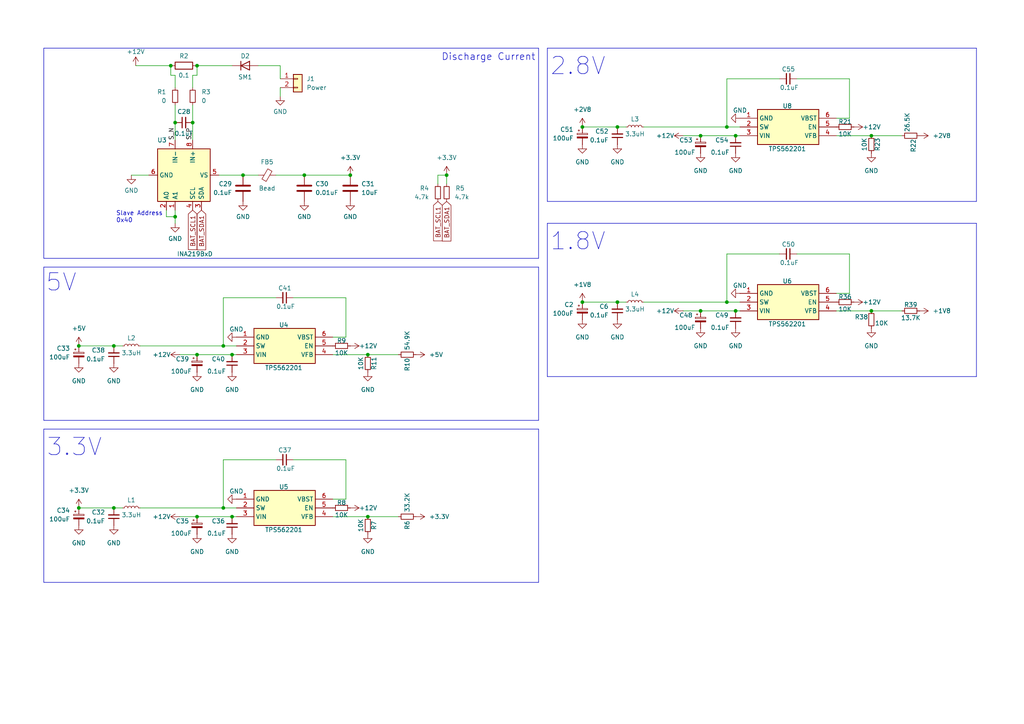
<source format=kicad_sch>
(kicad_sch (version 20250114) (generator "eeschema") (generator_version "9.0")
  (paper "A4")
  (title_block (title "STM32HSV") (date "2025-02-03") (rev "1.0") (company "Roboties"))
  (lib_symbols
    (symbol "Analog_ADC:INA219BxD"
      (property "Reference" "U" (at -6.35 8.89 0))
      (property "Value" "INA219BxD" (at 5.08 8.89 0))
      (symbol "INA219BxD_0_1"
        (rectangle (start -7.62 7.62) (end 7.62 -7.62) (stroke (width 0.254)) (fill (type background)))
      )
      (symbol "INA219BxD_1_1"
        (pin input line (at -10.16 2.54 0) (length 2.54) (name "IN+") (number "8"))
        (pin input line (at -10.16 -2.54 0) (length 2.54) (name "IN-") (number "7"))
        (pin power_in line (at 0 10.16 270) (length 2.54) (name "VS") (number "5"))
        (pin power_in line (at 0 -10.16 90) (length 2.54) (name "GND") (number "6"))
        (pin bidirectional line (at 10.16 5.08 180) (length 2.54) (name "SDA") (number "3"))
        (pin input line (at 10.16 2.54 180) (length 2.54) (name "SCL") (number "4"))
        (pin input line (at 10.16 -2.54 180) (length 2.54) (name "A1") (number "1"))
        (pin input line (at 10.16 -5.08 180) (length 2.54) (name "A0") (number "2"))
      )
    )
    (symbol "Connector_Generic:Conn_01x02" (pin_names (offset 1.016) (hide yes))
      (property "Reference" "J" (at 0 2.54 0))
      (property "Value" "Conn_01x02" (at 0 -5.08 0))
      (symbol "Conn_01x02_1_1"
        (rectangle (start -1.27 1.27) (end 1.27 -3.81) (stroke (width 0.254)) (fill (type background)))
        (rectangle (start -1.27 0.127) (end 0 -0.127) (stroke (width 0.1524)))
        (rectangle (start -1.27 -2.413) (end 0 -2.667) (stroke (width 0.1524)))
        (pin passive line (at -5.08 0 0) (length 3.81) (name "Pin_1") (number "1"))
        (pin passive line (at -5.08 -2.54 0) (length 3.81) (name "Pin_2") (number "2"))
      )
    )
    (symbol "Device:C" (pin_numbers (hide yes)) (pin_names (offset 0.254))
      (property "Reference" "C" (at 0.635 2.54 0))
      (property "Value" "C" (at 0.635 -2.54 0))
      (symbol "C_0_1"
        (polyline (pts (xy -2.032 0.762) (xy 2.032 0.762)) (stroke (width 0.508)))
        (polyline (pts (xy -2.032 -0.762) (xy 2.032 -0.762)) (stroke (width 0.508)))
      )
      (symbol "C_1_1"
        (pin passive line (at 0 3.81 270) (length 2.794) (name "~") (number "1"))
        (pin passive line (at 0 -3.81 90) (length 2.794) (name "~") (number "2"))
      )
    )
    (symbol "Device:C_Polarized_Small" (pin_numbers (hide yes)) (pin_names (offset 0.254) (hide yes))
      (property "Reference" "C" (at 0.254 1.778 0))
      (property "Value" "C_Polarized_Small" (at 0.254 -2.032 0))
      (symbol "C_Polarized_Small_0_1"
        (rectangle (start -1.524 0.6858) (end 1.524 0.3048))
        (rectangle (start -1.524 -0.3048) (end 1.524 -0.6858) (fill (type outline)))
        (polyline (pts (xy -1.27 1.524) (xy -0.762 1.524)))
        (polyline (pts (xy -1.016 1.27) (xy -1.016 1.778)))
      )
      (symbol "C_Polarized_Small_1_1"
        (pin passive line (at 0 2.54 270) (length 1.8542) (name "~") (number "1"))
        (pin passive line (at 0 -2.54 90) (length 1.8542) (name "~") (number "2"))
      )
    )
    (symbol "Device:C_Small" (pin_numbers (hide yes)) (pin_names (offset 0.254) (hide yes))
      (property "Reference" "C" (at 0.254 1.778 0))
      (property "Value" "C_Small" (at 0.254 -2.032 0))
      (symbol "C_Small_0_1"
        (polyline (pts (xy -1.524 0.508) (xy 1.524 0.508)) (stroke (width 0.3048)))
        (polyline (pts (xy -1.524 -0.508) (xy 1.524 -0.508)) (stroke (width 0.3302)))
      )
      (symbol "C_Small_1_1"
        (pin passive line (at 0 2.54 270) (length 2.032) (name "~") (number "1"))
        (pin passive line (at 0 -2.54 90) (length 2.032) (name "~") (number "2"))
      )
    )
    (symbol "Device:D" (pin_numbers (hide yes)) (pin_names (offset 1.016) (hide yes))
      (property "Reference" "D" (at 0 2.54 0))
      (property "Value" "D" (at 0 -2.54 0))
      (symbol "D_0_1"
        (polyline (pts (xy -1.27 1.27) (xy -1.27 -1.27)) (stroke (width 0.254)))
        (polyline (pts (xy 1.27 1.27) (xy 1.27 -1.27) (xy -1.27 0) (xy 1.27 1.27)) (stroke (width 0.254)))
        (polyline (pts (xy 1.27 0) (xy -1.27 0)))
      )
      (symbol "D_1_1"
        (pin passive line (at -3.81 0 0) (length 2.54) (name "K") (number "1"))
        (pin passive line (at 3.81 0 180) (length 2.54) (name "A") (number "2"))
      )
    )
    (symbol "Device:FerriteBead_Small" (pin_numbers (hide yes)) (pin_names (offset 0))
      (property "Reference" "FB" (at 1.905 1.27 0))
      (property "Value" "FerriteBead_Small" (at 1.905 -1.27 0))
      (symbol "FerriteBead_Small_0_1"
        (polyline (pts (xy -1.8288 0.2794) (xy -1.1176 1.4986) (xy 1.8288 -0.2032) (xy 1.1176 -1.4224) (xy -1.8288 0.2794)))
        (polyline (pts (xy 0 0.889) (xy 0 1.2954)))
        (polyline (pts (xy 0 -1.27) (xy 0 -0.7874)))
      )
      (symbol "FerriteBead_Small_1_1"
        (pin passive line (at 0 2.54 270) (length 1.27) (name "~") (number "1"))
        (pin passive line (at 0 -2.54 90) (length 1.27) (name "~") (number "2"))
      )
    )
    (symbol "Device:L_Small" (pin_numbers (hide yes)) (pin_names (offset 0.254) (hide yes))
      (property "Reference" "L" (at 0.762 1.016 0))
      (property "Value" "L_Small" (at 0.762 -1.016 0))
      (symbol "L_Small_0_1"
        (arc (start 0 2.032) (mid 0.5058 1.524) (end 0 1.016))
        (arc (start 0 1.016) (mid 0.5058 0.508) (end 0 0))
        (arc (start 0 0) (mid 0.5058 -0.508) (end 0 -1.016))
        (arc (start 0 -1.016) (mid 0.5058 -1.524) (end 0 -2.032))
      )
      (symbol "L_Small_1_1"
        (pin passive line (at 0 2.54 270) (length 0.508) (name "~") (number "1"))
        (pin passive line (at 0 -2.54 90) (length 0.508) (name "~") (number "2"))
      )
    )
    (symbol "Device:R" (pin_numbers (hide yes)) (pin_names (offset 0))
      (property "Reference" "R" (at 2.032 0 90))
      (property "Value" "R" (at 0 0 90))
      (symbol "R_0_1"
        (rectangle (start -1.016 -2.54) (end 1.016 2.54) (stroke (width 0.254)))
      )
      (symbol "R_1_1"
        (pin passive line (at 0 3.81 270) (length 1.27) (name "~") (number "1"))
        (pin passive line (at 0 -3.81 90) (length 1.27) (name "~") (number "2"))
      )
    )
    (symbol "Device:R_Small" (pin_numbers (hide yes)) (pin_names (offset 0.254) (hide yes))
      (property "Reference" "R" (at 0.762 0.508 0))
      (property "Value" "R_Small" (at 0.762 -1.016 0))
      (symbol "R_Small_0_1"
        (rectangle (start -0.762 1.778) (end 0.762 -1.778) (stroke (width 0.2032)))
      )
      (symbol "R_Small_1_1"
        (pin passive line (at 0 2.54 270) (length 0.762) (name "~") (number "1"))
        (pin passive line (at 0 -2.54 90) (length 0.762) (name "~") (number "2"))
      )
    )
    (symbol "TPS562201DDCR:TPS562201DDCR"
      (property "Reference" "IC" (at 4.826 4.318 0))
      (property "Value" "TPS562201DDCR" (at 6.35 -8.382 0))
      (symbol "TPS562201DDCR_1_1"
        (rectangle (start 5.08 2.54) (end 22.86 -7.62) (stroke (width 0.254)) (fill (type background)))
        (pin passive line (at 0 0 0) (length 5.08) (name "GND") (number "1"))
        (pin passive line (at 0 -2.54 0) (length 5.08) (name "SW") (number "2"))
        (pin passive line (at 0 -5.08 0) (length 5.08) (name "VIN") (number "3"))
        (pin passive line (at 27.94 0 180) (length 5.08) (name "VBST") (number "6"))
        (pin passive line (at 27.94 -2.54 180) (length 5.08) (name "EN") (number "5"))
        (pin passive line (at 27.94 -5.08 180) (length 5.08) (name "VFB") (number "4"))
      )
    )
    (symbol "nixie-cache:GND" (power) (pin_names (offset 0))
      (property "Value" "GND" (at 0 -3.81 0))
      (symbol "GND_0_1"
        (polyline (pts (xy 0 0) (xy 0 -1.27) (xy 1.27 -1.27) (xy 0 -2.54) (xy -1.27 -1.27) (xy 0 -1.27)))
      )
      (symbol "GND_1_1"
        (pin power_in line (at 0 0 270) (length 0) (hide yes) (name "GND") (number "1"))
      )
    )
    (symbol "power:+12V" (power) (pin_numbers (hide yes)) (pin_names (offset 0) (hide yes))
      (property "Value" "+12V" (at 0 3.556 0))
      (symbol "+12V_0_1"
        (polyline (pts (xy -0.762 1.27) (xy 0 2.54)))
        (polyline (pts (xy 0 2.54) (xy 0.762 1.27)))
        (polyline (pts (xy 0 0) (xy 0 2.54)))
      )
      (symbol "+12V_1_1"
        (pin power_in line (at 0 0 90) (length 0) (name "~") (number "1"))
      )
    )
    (symbol "power:+2V8" (power) (pin_numbers (hide yes)) (pin_names (offset 0) (hide yes))
      (property "Value" "+2V8" (at 0 3.556 0))
      (symbol "+2V8_0_1"
        (polyline (pts (xy -0.762 1.27) (xy 0 2.54)))
        (polyline (pts (xy 0 2.54) (xy 0.762 1.27)))
        (polyline (pts (xy 0 0) (xy 0 2.54)))
      )
      (symbol "+2V8_1_1"
        (pin power_in line (at 0 0 90) (length 0) (name "~") (number "1"))
      )
    )
    (symbol "power:+3.3V" (power) (pin_numbers (hide yes)) (pin_names (offset 0) (hide yes))
      (property "Value" "+3.3V" (at 0 3.556 0))
      (symbol "+3.3V_0_1"
        (polyline (pts (xy -0.762 1.27) (xy 0 2.54)))
        (polyline (pts (xy 0 2.54) (xy 0.762 1.27)))
        (polyline (pts (xy 0 0) (xy 0 2.54)))
      )
      (symbol "+3.3V_1_1"
        (pin power_in line (at 0 0 90) (length 0) (name "~") (number "1"))
      )
    )
    (symbol "power:GND" (power) (pin_numbers (hide yes)) (pin_names (offset 0) (hide yes))
      (property "Value" "GND" (at 0 -3.81 0))
      (symbol "GND_0_1"
        (polyline (pts (xy 0 0) (xy 0 -1.27) (xy 1.27 -1.27) (xy 0 -2.54) (xy -1.27 -1.27) (xy 0 -1.27)))
      )
      (symbol "GND_1_1"
        (pin power_in line (at 0 0 270) (length 0) (name "~") (number "1"))
      )
    )
  )
  (text "5V" (at 17.78 82.042 0) (effects (font (size 5 5))))
  (text "Slave Address\n0x40" (at 33.655 64.77 0) (effects (font (size 1.27 1.27)) (justify left bottom)))
  (text "1.8V" (at 167.64 70.104 0) (effects (font (size 5 5))))
  (text "3.3V" (at 21.59 129.794 0) (effects (font (size 5 5))))
  (text "2.8V" (at 167.64 19.304 0) (effects (font (size 5 5))))
  (text "Discharge Current" (at 128.016 17.78 0) (effects (font (size 2 2)) (justify left bottom)))
  (junction (at 67.31 149.86))
  (junction (at 70.485 50.8))
  (junction (at 22.86 147.32))
  (junction (at 22.86 100.33))
  (junction (at 50.8 62.865))
  (junction (at 168.91 87.63))
  (junction (at 106.68 149.86))
  (junction (at 50.8 35.56))
  (junction (at 88.265 50.8))
  (junction (at 101.6 50.8))
  (junction (at 57.15 149.86))
  (junction (at 213.36 39.37))
  (junction (at 179.07 87.63))
  (junction (at 64.77 147.32))
  (junction (at 203.2 39.37))
  (junction (at 210.82 36.83))
  (junction (at 213.36 90.17))
  (junction (at 67.31 102.87))
  (junction (at 168.91 36.83))
  (junction (at 57.15 19.05))
  (junction (at 57.15 102.87))
  (junction (at 252.73 39.37))
  (junction (at 106.68 102.87))
  (junction (at 33.02 100.33))
  (junction (at 64.77 100.33))
  (junction (at 252.73 90.17))
  (junction (at 55.88 35.56))
  (junction (at 33.02 147.32))
  (junction (at 203.2 90.17))
  (junction (at 179.07 36.83))
  (junction (at 210.82 87.63))
  (junction (at 49.53 19.05))
  (junction (at 129.54 50.8))
  (polyline (pts (xy 156.21 77.47) (xy 156.21 121.92)))
  (wire (pts (xy 246.38 22.86) (xy 231.14 22.86)))
  (wire (pts (xy 210.82 22.86) (xy 210.82 36.83)))
  (wire (pts (xy 64.77 100.33) (xy 68.58 100.33)))
  (polyline (pts (xy 158.75 64.77) (xy 283.21 64.77)))
  (wire (pts (xy 129.54 50.8) (xy 129.54 53.34)))
  (wire (pts (xy 100.33 86.36) (xy 85.09 86.36)))
  (wire (pts (xy 226.06 22.86) (xy 210.82 22.86)))
  (wire (pts (xy 100.33 97.79) (xy 100.33 86.36)))
  (wire (pts (xy 22.86 147.32) (xy 33.02 147.32)))
  (wire (pts (xy 81.28 25.4) (xy 81.28 27.94)))
  (wire (pts (xy 210.82 73.66) (xy 210.82 87.63)))
  (wire (pts (xy 80.01 50.8) (xy 88.265 50.8)))
  (wire (pts (xy 106.68 102.87) (xy 96.52 102.87)))
  (wire (pts (xy 57.15 19.05) (xy 67.31 19.05)))
  (polyline (pts (xy 12.7 124.46) (xy 12.7 168.91)))
  (polyline (pts (xy 283.21 13.97) (xy 283.21 58.42)))
  (polyline (pts (xy 12.7 124.46) (xy 156.21 124.46)))
  (wire (pts (xy 50.8 60.96) (xy 50.8 62.865)))
  (wire (pts (xy 57.15 21.844) (xy 57.15 19.05)))
  (wire (pts (xy 88.265 50.8) (xy 101.6 50.8)))
  (wire (pts (xy 22.86 100.33) (xy 33.02 100.33)))
  (wire (pts (xy 246.38 73.66) (xy 231.14 73.66)))
  (wire (pts (xy 179.07 87.63) (xy 181.61 87.63)))
  (wire (pts (xy 80.01 86.36) (xy 64.77 86.36)))
  (wire (pts (xy 100.33 133.35) (xy 85.09 133.35)))
  (wire (pts (xy 48.26 60.96) (xy 48.26 62.865)))
  (wire (pts (xy 38.1 50.8) (xy 43.18 50.8)))
  (wire (pts (xy 198.12 90.17) (xy 203.2 90.17)))
  (wire (pts (xy 203.2 39.37) (xy 213.36 39.37)))
  (polyline (pts (xy 12.7 74.93) (xy 156.21 74.93)))
  (polyline (pts (xy 158.75 13.97) (xy 283.21 13.97)))
  (wire (pts (xy 52.07 149.86) (xy 57.15 149.86)))
  (wire (pts (xy 213.36 39.37) (xy 214.63 39.37)))
  (polyline (pts (xy 12.7 13.97) (xy 12.7 74.93)))
  (wire (pts (xy 52.07 102.87) (xy 57.15 102.87)))
  (polyline (pts (xy 12.7 77.47) (xy 156.21 77.47)))
  (wire (pts (xy 49.53 21.844) (xy 49.53 19.05)))
  (wire (pts (xy 242.57 34.29) (xy 246.38 34.29)))
  (wire (pts (xy 67.31 102.87) (xy 68.58 102.87)))
  (wire (pts (xy 50.8 21.844) (xy 49.53 21.844)))
  (polyline (pts (xy 156.21 124.46) (xy 156.21 168.91)))
  (wire (pts (xy 210.82 87.63) (xy 214.63 87.63)))
  (wire (pts (xy 55.88 30.48) (xy 55.88 35.56)))
  (wire (pts (xy 55.88 35.56) (xy 55.88 40.64)))
  (polyline (pts (xy 283.21 109.22) (xy 158.75 109.22)))
  (wire (pts (xy 50.8 30.48) (xy 50.8 35.56)))
  (wire (pts (xy 55.88 21.844) (xy 55.88 25.4)))
  (wire (pts (xy 213.36 90.17) (xy 214.63 90.17)))
  (wire (pts (xy 186.69 36.83) (xy 210.82 36.83)))
  (polyline (pts (xy 158.75 13.97) (xy 158.75 58.42)))
  (wire (pts (xy 127 50.8) (xy 129.54 50.8)))
  (wire (pts (xy 246.38 34.29) (xy 246.38 22.86)))
  (wire (pts (xy 186.69 87.63) (xy 210.82 87.63)))
  (wire (pts (xy 252.73 39.37) (xy 242.57 39.37)))
  (wire (pts (xy 63.5 50.8) (xy 70.485 50.8)))
  (wire (pts (xy 57.15 102.87) (xy 67.31 102.87)))
  (wire (pts (xy 115.57 102.87) (xy 106.68 102.87)))
  (wire (pts (xy 96.52 97.79) (xy 100.33 97.79)))
  (wire (pts (xy 80.01 133.35) (xy 64.77 133.35)))
  (wire (pts (xy 127 53.34) (xy 127 50.8)))
  (wire (pts (xy 50.8 35.56) (xy 50.8 40.64)))
  (wire (pts (xy 33.02 100.33) (xy 35.56 100.33)))
  (polyline (pts (xy 156.21 13.97) (xy 156.21 74.93)))
  (wire (pts (xy 100.33 144.78) (xy 100.33 133.35)))
  (wire (pts (xy 64.77 147.32) (xy 68.58 147.32)))
  (wire (pts (xy 48.26 62.865) (xy 50.8 62.865)))
  (wire (pts (xy 168.91 36.83) (xy 179.07 36.83)))
  (wire (pts (xy 226.06 73.66) (xy 210.82 73.66)))
  (wire (pts (xy 261.62 90.17) (xy 252.73 90.17)))
  (polyline (pts (xy 12.7 77.47) (xy 12.7 121.92)))
  (wire (pts (xy 96.52 144.78) (xy 100.33 144.78)))
  (wire (pts (xy 74.93 19.05) (xy 81.28 19.05)))
  (wire (pts (xy 57.15 149.86) (xy 67.31 149.86)))
  (wire (pts (xy 115.57 149.86) (xy 106.68 149.86)))
  (wire (pts (xy 67.31 149.86) (xy 68.58 149.86)))
  (wire (pts (xy 210.82 36.83) (xy 214.63 36.83)))
  (polyline (pts (xy 156.21 168.91) (xy 12.7 168.91)))
  (wire (pts (xy 106.68 149.86) (xy 96.52 149.86)))
  (wire (pts (xy 50.8 21.844) (xy 50.8 25.4)))
  (wire (pts (xy 261.62 39.37) (xy 252.73 39.37)))
  (polyline (pts (xy 156.21 121.92) (xy 12.7 121.92)))
  (wire (pts (xy 203.2 90.17) (xy 213.36 90.17)))
  (wire (pts (xy 40.64 100.33) (xy 64.77 100.33)))
  (wire (pts (xy 64.77 133.35) (xy 64.77 147.32)))
  (wire (pts (xy 179.07 36.83) (xy 181.61 36.83)))
  (polyline (pts (xy 158.75 64.77) (xy 158.75 109.22)))
  (wire (pts (xy 70.485 50.8) (xy 74.93 50.8)))
  (polyline (pts (xy 283.21 58.42) (xy 158.75 58.42)))
  (wire (pts (xy 198.12 39.37) (xy 203.2 39.37)))
  (wire (pts (xy 168.91 87.63) (xy 179.07 87.63)))
  (wire (pts (xy 81.28 19.05) (xy 81.28 22.86)))
  (wire (pts (xy 55.88 21.844) (xy 57.15 21.844)))
  (polyline (pts (xy 12.7 13.97) (xy 156.21 13.97)))
  (polyline (pts (xy 283.21 64.77) (xy 283.21 109.22)))
  (wire (pts (xy 64.77 86.36) (xy 64.77 100.33)))
  (wire (pts (xy 242.57 85.09) (xy 246.38 85.09)))
  (wire (pts (xy 50.8 62.865) (xy 50.8 64.77)))
  (wire (pts (xy 246.38 85.09) (xy 246.38 73.66)))
  (wire (pts (xy 40.64 147.32) (xy 64.77 147.32)))
  (wire (pts (xy 39.37 19.05) (xy 49.53 19.05)))
  (wire (pts (xy 33.02 147.32) (xy 35.56 147.32)))
  (wire (pts (xy 252.73 90.17) (xy 242.57 90.17)))
  (label "S_N" (at 50.8 40.64 90))
  (label "S_P" (at 55.88 40.64 90))
  (global_label "BAT_SCL1" (shape input) (at 55.88 60.96 270) (property "Intersheetrefs" "${INTERSHEET_REFS}" (effects (hide yes))))
  (global_label "BAT_SDA1" (shape input) (at 129.54 58.42 270) (property "Intersheetrefs" "${INTERSHEET_REFS}" (effects (hide yes))))
  (global_label "BAT_SCL1" (shape input) (at 127 58.42 270) (property "Intersheetrefs" "${INTERSHEET_REFS}" (effects (hide yes))))
  (global_label "BAT_SDA1" (shape input) (at 58.42 60.96 270) (property "Intersheetrefs" "${INTERSHEET_REFS}" (effects (hide yes))))
  (symbol (lib_id "Device:R") (at 53.34 19.05 90) (unit 1)
    (property "Reference" "R2" (at 53.34 16.256 90))
    (property "Value" "0.1" (at 53.34 21.844 90))
    (property "Footprint" "Resistor_SMD:R_2816_7142Metric" (effects (hide yes)))
    (property "Description" "Resistor" (effects (hide yes)))
  )
  (symbol (lib_id "Device:R_Small") (at 129.54 55.88 0) (unit 1)
    (property "Reference" "R5" (at 132.08 54.6099 0) (effects (justify left)))
    (property "Value" "4.7k" (at 131.826 57.15 0) (effects (justify left)))
    (property "Footprint" "Resistor_SMD:R_0603_1608Metric" (effects (hide yes)))
  )
  (symbol (lib_id "Device:R_Small") (at 50.8 27.94 0) (mirror x) (unit 1)
    (property "Reference" "R1" (at 48.26 26.6699 0) (effects (justify right)))
    (property "Value" "0" (at 48.26 29.2099 0) (effects (justify right)))
    (property "Footprint" "Resistor_SMD:R_0603_1608Metric" (effects (hide yes)))
  )
  (symbol (lib_id "Device:C_Small") (at 33.02 149.86 0) (mirror x) (unit 1)
    (property "Reference" "C32" (at 30.48 148.5835 0) (effects (justify right)))
    (property "Value" "0.1uF" (at 30.48 151.1235 0) (effects (justify right)))
    (property "Footprint" "Capacitor_SMD:C_0603_1608Metric" (effects (hide yes)))
    (property "Description" "Unpolarized capacitor, small symbol" (effects (hide yes)))
  )
  (symbol (lib_id "Device:C_Polarized_Small") (at 57.15 105.41 0) (unit 1)
    (property "Reference" "C39" (at 54.864 104.14 0) (effects (justify right)))
    (property "Value" "100uF" (at 55.626 107.696 0) (effects (justify right)))
    (property "Footprint" "Capacitor_SMD:CP_Elec_6.3x5.9" (effects (hide yes)))
    (property "Description" "Polarized capacitor, small symbol" (effects (hide yes)))
  )
  (symbol (lib_id "power:+3.3V") (at 22.86 147.32 0) (unit 1)
    (property "Reference" "#PWR024" (effects (hide yes)))
    (property "Value" "+3.3V" (at 22.86 142.24 0))
    (property "Description" "Power symbol creates a global label with name \"+3.3V\"" (effects (hide yes)))
  )
  (symbol (lib_id "Device:L_Small") (at 184.15 36.83 90) (unit 1)
    (property "Reference" "L3" (at 184.15 34.544 90))
    (property "Value" "3.3uH" (at 184.15 38.862 90))
    (property "Footprint" "Inductor_SMD:L_0805_2012Metric" (effects (hide yes)))
    (property "Description" "Inductor, small symbol" (effects (hide yes)))
  )
  (symbol (lib_id "Device:C_Polarized_Small") (at 203.2 92.71 0) (unit 1)
    (property "Reference" "C48" (at 200.914 91.44 0) (effects (justify right)))
    (property "Value" "100uF" (at 201.676 94.996 0) (effects (justify right)))
    (property "Footprint" "Capacitor_SMD:CP_Elec_6.3x5.9" (effects (hide yes)))
    (property "Description" "Polarized capacitor, small symbol" (effects (hide yes)))
  )
  (symbol (lib_id "power:GND") (at 252.73 95.25 0) (unit 1)
    (property "Reference" "#PWR0125" (effects (hide yes)))
    (property "Value" "GND" (at 252.73 100.33 0))
    (property "Description" "Power symbol creates a global label with name \"GND\" , ground" (effects (hide yes)))
  )
  (symbol (lib_id "power:+2V8") (at 168.91 36.83 0) (unit 1)
    (property "Reference" "#PWR096" (effects (hide yes)))
    (property "Value" "+2V8" (at 168.91 31.75 0))
    (property "Description" "Power symbol creates a global label with name \"+2V8\"" (effects (hide yes)))
  )
  (symbol (lib_id "Device:C_Small") (at 67.31 152.4 0) (mirror x) (unit 1)
    (property "Reference" "C36" (at 65.278 151.13 0) (effects (justify right)))
    (property "Value" "0.1uF" (at 65.532 154.686 0) (effects (justify right)))
    (property "Footprint" "Capacitor_SMD:C_0603_1608Metric" (effects (hide yes)))
    (property "Description" "Unpolarized capacitor, small symbol" (effects (hide yes)))
  )
  (symbol (lib_id "Device:L_Small") (at 38.1 100.33 270) (mirror x) (unit 1)
    (property "Reference" "L2" (at 38.1 98.044 90))
    (property "Value" "3.3uH" (at 38.1 102.362 90))
    (property "Footprint" "Inductor_SMD:L_0805_2012Metric" (effects (hide yes)))
    (property "Description" "Inductor, small symbol" (effects (hide yes)))
  )
  (symbol (lib_id "power:GND") (at 213.36 95.25 0) (unit 1)
    (property "Reference" "#PWR0122" (effects (hide yes)))
    (property "Value" "GND" (at 213.36 100.33 0))
    (property "Description" "Power symbol creates a global label with name \"GND\" , ground" (effects (hide yes)))
  )
  (symbol (lib_id "Device:R_Small") (at 118.11 149.86 90) (unit 1)
    (property "Reference" "R6" (at 118.11 153.67 0) (effects (justify left)))
    (property "Value" "33.2K" (at 118.11 148.59 0) (effects (justify left)))
    (property "Footprint" "Resistor_SMD:R_0603_1608Metric" (effects (hide yes)))
    (property "Description" "Resistor, small symbol" (effects (hide yes)))
  )
  (symbol (lib_id "power:GND") (at 22.86 105.41 0) (unit 1)
    (property "Reference" "#PWR033" (effects (hide yes)))
    (property "Value" "GND" (at 22.86 110.49 0))
    (property "Description" "Power symbol creates a global label with name \"GND\" , ground" (effects (hide yes)))
  )
  (symbol (lib_id "Device:R_Small") (at 99.06 100.33 90) (unit 1)
    (property "Reference" "R9" (at 99.06 98.806 90))
    (property "Value" "10K" (at 99.06 102.362 90))
    (property "Footprint" "Resistor_SMD:R_0603_1608Metric" (effects (hide yes)))
    (property "Description" "Resistor, small symbol" (effects (hide yes)))
  )
  (symbol (lib_id "power:+12V") (at 198.12 39.37 90) (unit 1)
    (property "Reference" "#PWR099" (effects (hide yes)))
    (property "Value" "+12V" (at 195.58 39.37 90) (effects (justify left)))
    (property "Description" "Power symbol creates a global label with name \"+12V\"" (effects (hide yes)))
  )
  (symbol (lib_id "Device:FerriteBead_Small") (at 77.47 50.8 90) (unit 1)
    (property "Reference" "FB5" (at 77.47 46.99 90))
    (property "Value" "Bead" (at 77.47 54.61 90))
    (property "Footprint" "Inductor_SMD:L_0805_2012Metric" (effects (hide yes)))
  )
  (symbol (lib_id "Device:C_Small") (at 82.55 133.35 270) (unit 1)
    (property "Reference" "C37" (at 84.582 130.556 90) (effects (justify right)))
    (property "Value" "0.1uF" (at 85.598 135.89 90) (effects (justify right)))
    (property "Footprint" "Capacitor_SMD:C_0603_1608Metric" (effects (hide yes)))
    (property "Description" "Unpolarized capacitor, small symbol" (effects (hide yes)))
  )
  (symbol (lib_id "power:GND") (at 214.63 34.29 270) (unit 1)
    (property "Reference" "#PWR0102" (effects (hide yes)))
    (property "Value" "GND" (at 216.662 32.004 90) (effects (justify right)))
    (property "Description" "Power symbol creates a global label with name \"GND\" , ground" (effects (hide yes)))
  )
  (symbol (lib_id "Device:C_Small") (at 67.31 105.41 0) (mirror x) (unit 1)
    (property "Reference" "C40" (at 65.278 104.14 0) (effects (justify right)))
    (property "Value" "0.1uF" (at 65.532 107.696 0) (effects (justify right)))
    (property "Footprint" "Capacitor_SMD:C_0603_1608Metric" (effects (hide yes)))
    (property "Description" "Unpolarized capacitor, small symbol" (effects (hide yes)))
  )
  (symbol (lib_id "Device:R_Small") (at 264.16 90.17 90) (unit 1)
    (property "Reference" "R39" (at 264.16 88.392 90))
    (property "Value" "13.7K" (at 264.16 92.202 90))
    (property "Footprint" "Resistor_SMD:R_0603_1608Metric" (effects (hide yes)))
    (property "Description" "Resistor, small symbol" (effects (hide yes)))
  )
  (symbol (lib_id "power:+3.3V") (at 120.65 102.87 270) (unit 1)
    (property "Reference" "#PWR041" (effects (hide yes)))
    (property "Value" "+5V" (at 124.46 102.8699 90) (effects (justify left)))
    (property "Description" "Power symbol creates a global label with name \"+3.3V\"" (effects (hide yes)))
  )
  (symbol (lib_id "Device:C") (at 101.6 54.61 0) (mirror y) (unit 1)
    (property "Reference" "C31" (at 104.775 53.3399 0) (effects (justify right)))
    (property "Value" "10uF" (at 104.775 55.8799 0) (effects (justify right)))
    (property "Footprint" "Capacitor_SMD:C_1206_3216Metric" (effects (hide yes)))
  )
  (symbol (lib_id "Device:C_Polarized_Small") (at 22.86 149.86 0) (unit 1)
    (property "Reference" "C34" (at 20.32 148.0438 0) (effects (justify right)))
    (property "Value" "100uF" (at 20.32 150.5838 0) (effects (justify right)))
    (property "Footprint" "Capacitor_SMD:CP_Elec_6.3x5.9" (effects (hide yes)))
    (property "Description" "Polarized capacitor, small symbol" (effects (hide yes)))
  )
  (symbol (lib_id "Device:C_Polarized_Small") (at 22.86 102.87 0) (unit 1)
    (property "Reference" "C33" (at 20.32 101.0538 0) (effects (justify right)))
    (property "Value" "100uF" (at 20.32 103.5938 0) (effects (justify right)))
    (property "Footprint" "Capacitor_SMD:CP_Elec_6.3x5.9" (effects (hide yes)))
    (property "Description" "Polarized capacitor, small symbol" (effects (hide yes)))
  )
  (symbol (lib_id "power:GND") (at 214.63 85.09 270) (unit 1)
    (property "Reference" "#PWR0123" (effects (hide yes)))
    (property "Value" "GND" (at 216.662 82.804 90) (effects (justify right)))
    (property "Description" "Power symbol creates a global label with name \"GND\" , ground" (effects (hide yes)))
  )
  (symbol (lib_id "power:GND") (at 179.07 41.91 0) (unit 1)
    (property "Reference" "#PWR098" (effects (hide yes)))
    (property "Value" "GND" (at 179.07 46.99 0))
    (property "Description" "Power symbol creates a global label with name \"GND\" , ground" (effects (hide yes)))
  )
  (symbol (lib_id "power:+3.3V") (at 129.54 50.8 0) (unit 1)
    (property "Reference" "#PWR020" (effects (hide yes)))
    (property "Value" "+3.3V" (at 129.54 45.72 0))
  )
  (symbol (lib_id "Device:C_Small") (at 228.6 73.66 270) (unit 1)
    (property "Reference" "C50" (at 230.632 70.866 90) (effects (justify right)))
    (property "Value" "0.1uF" (at 231.648 76.2 90) (effects (justify right)))
    (property "Footprint" "Capacitor_SMD:C_0603_1608Metric" (effects (hide yes)))
    (property "Description" "Unpolarized capacitor, small symbol" (effects (hide yes)))
  )
  (symbol (lib_id "nixie-cache:GND") (at 50.8 64.77 0) (unit 1)
    (property "Reference" "#PWR013" (effects (hide yes)))
    (property "Value" "GND" (at 50.8 69.215 0))
  )
  (symbol (lib_id "Device:C_Polarized_Small") (at 203.2 41.91 0) (unit 1)
    (property "Reference" "C53" (at 200.914 40.64 0) (effects (justify right)))
    (property "Value" "100uF" (at 201.676 44.196 0) (effects (justify right)))
    (property "Footprint" "Capacitor_SMD:CP_Elec_6.3x5.9" (effects (hide yes)))
    (property "Description" "Polarized capacitor, small symbol" (effects (hide yes)))
  )
  (symbol (lib_id "TPS562201DDCR:TPS562201DDCR") (at 68.58 97.79 0) (unit 1)
    (property "Reference" "U4" (at 82.296 94.234 0))
    (property "Value" "TPS562201" (at 82.296 106.68 0))
    (property "Footprint" "Package_TO_SOT_SMD:SOT-23-6" (effects (hide yes)))
    (property "Datasheet" "http://www.ti.com/lit/gpn/tps562201" (effects (hide yes)))
    (property "Description" "4.5 V to 17 V input, 2 A output, synchronous step-down converter in Eco-mode" (effects (hide yes)))
    (property "Height" "1.1" (effects (hide yes)))
    (property "Mouser Part Number" "595-TPS562201DDCR" (effects (hide yes)))
    (property "Mouser Price/Stock" "https://www.mouser.co.uk/ProductDetail/Texas-Instruments/TPS562201DDCR?qs=8%2FmU9qzJpL8znxxpy0ZjNg%3D%3D" (effects (hide yes)))
    (property "Manufacturer_Name" "Texas Instruments" (effects (hide yes)))
    (property "Manufacturer_Part_Number" "TPS562201DDCR" (effects (hide yes)))
  )
  (symbol (lib_id "nixie-cache:GND") (at 88.265 58.42 0) (mirror y) (unit 1)
    (property "Reference" "#PWR016" (effects (hide yes)))
    (property "Value" "GND" (at 88.265 62.865 0))
  )
  (symbol (lib_id "Device:R_Small") (at 252.73 92.71 0) (unit 1)
    (property "Reference" "R38" (at 247.904 91.948 0) (effects (justify left)))
    (property "Value" "10K" (at 253.746 93.726 0) (effects (justify left)))
    (property "Footprint" "Resistor_SMD:R_0603_1608Metric" (effects (hide yes)))
    (property "Description" "Resistor, small symbol" (effects (hide yes)))
  )
  (symbol (lib_id "power:GND") (at 68.58 97.79 270) (unit 1)
    (property "Reference" "#PWR038" (effects (hide yes)))
    (property "Value" "GND" (at 70.612 95.504 90) (effects (justify right)))
    (property "Description" "Power symbol creates a global label with name \"GND\" , ground" (effects (hide yes)))
  )
  (symbol (lib_id "power:GND") (at 203.2 95.25 0) (unit 1)
    (property "Reference" "#PWR0121" (effects (hide yes)))
    (property "Value" "GND" (at 203.2 100.33 0))
    (property "Description" "Power symbol creates a global label with name \"GND\" , ground" (effects (hide yes)))
  )
  (symbol (lib_id "Device:R_Small") (at 118.11 102.87 90) (unit 1)
    (property "Reference" "R10" (at 118.11 107.696 0) (effects (justify left)))
    (property "Value" "54.9K" (at 118.11 101.6 0) (effects (justify left)))
    (property "Footprint" "Resistor_SMD:R_0603_1608Metric" (effects (hide yes)))
    (property "Description" "Resistor, small symbol" (effects (hide yes)))
  )
  (symbol (lib_id "power:GND") (at 57.15 154.94 0) (unit 1)
    (property "Reference" "#PWR027" (effects (hide yes)))
    (property "Value" "GND" (at 57.15 160.02 0))
    (property "Description" "Power symbol creates a global label with name \"GND\" , ground" (effects (hide yes)))
  )
  (symbol (lib_id "power:GND") (at 106.68 107.95 0) (unit 1)
    (property "Reference" "#PWR040" (effects (hide yes)))
    (property "Value" "GND" (at 106.68 113.03 0))
    (property "Description" "Power symbol creates a global label with name \"GND\" , ground" (effects (hide yes)))
  )
  (symbol (lib_id "power:GND") (at 168.91 92.71 0) (unit 1)
    (property "Reference" "#PWR0118" (effects (hide yes)))
    (property "Value" "GND" (at 168.91 97.79 0))
    (property "Description" "Power symbol creates a global label with name \"GND\" , ground" (effects (hide yes)))
  )
  (symbol (lib_id "Device:D") (at 71.12 19.05 0) (unit 1)
    (property "Reference" "D2" (at 71.12 16.256 0))
    (property "Value" "SM1" (at 71.12 22.352 0))
    (property "Footprint" "Diode_SMD:D_SMA" (effects (hide yes)))
    (property "Description" "Diode" (effects (hide yes)))
    (property "Sim.Device" "D" (effects (hide yes)))
    (property "Sim.Pins" "1=K 2=A" (effects (hide yes)))
  )
  (symbol (lib_id "Device:R_Small") (at 106.68 105.41 0) (unit 1)
    (property "Reference" "R11" (at 108.458 105.41 90))
    (property "Value" "10K" (at 104.648 105.41 90))
    (property "Footprint" "Resistor_SMD:R_0603_1608Metric" (effects (hide yes)))
    (property "Description" "Resistor, small symbol" (effects (hide yes)))
  )
  (symbol (lib_id "power:+12V") (at 198.12 90.17 90) (unit 1)
    (property "Reference" "#PWR0120" (effects (hide yes)))
    (property "Value" "+12V" (at 195.58 90.17 90) (effects (justify left)))
    (property "Description" "Power symbol creates a global label with name \"+12V\"" (effects (hide yes)))
  )
  (symbol (lib_id "TPS562201DDCR:TPS562201DDCR") (at 214.63 85.09 0) (unit 1)
    (property "Reference" "U6" (at 228.346 81.534 0))
    (property "Value" "TPS562201" (at 228.346 93.98 0))
    (property "Footprint" "Package_TO_SOT_SMD:SOT-23-6" (effects (hide yes)))
    (property "Datasheet" "http://www.ti.com/lit/gpn/tps562201" (effects (hide yes)))
    (property "Description" "4.5 V to 17 V input, 2 A output, synchronous step-down converter in Eco-mode" (effects (hide yes)))
    (property "Height" "1.1" (effects (hide yes)))
    (property "Mouser Part Number" "595-TPS562201DDCR" (effects (hide yes)))
    (property "Mouser Price/Stock" "https://www.mouser.co.uk/ProductDetail/Texas-Instruments/TPS562201DDCR?qs=8%2FmU9qzJpL8znxxpy0ZjNg%3D%3D" (effects (hide yes)))
    (property "Manufacturer_Name" "Texas Instruments" (effects (hide yes)))
    (property "Manufacturer_Part_Number" "TPS562201DDCR" (effects (hide yes)))
  )
  (symbol (lib_id "power:+12V") (at 52.07 102.87 90) (unit 1)
    (property "Reference" "#PWR035" (effects (hide yes)))
    (property "Value" "+12V" (at 49.53 102.87 90) (effects (justify left)))
    (property "Description" "Power symbol creates a global label with name \"+12V\"" (effects (hide yes)))
  )
  (symbol (lib_id "Device:R_Small") (at 252.73 41.91 0) (unit 1)
    (property "Reference" "R23" (at 254.508 41.91 90))
    (property "Value" "10K" (at 250.698 41.91 90))
    (property "Footprint" "Resistor_SMD:R_0603_1608Metric" (effects (hide yes)))
    (property "Description" "Resistor, small symbol" (effects (hide yes)))
  )
  (symbol (lib_id "nixie-cache:GND") (at 101.6 58.42 0) (mirror y) (unit 1)
    (property "Reference" "#PWR018" (effects (hide yes)))
    (property "Value" "GND" (at 101.6 62.865 0))
  )
  (symbol (lib_id "Device:C_Polarized_Small") (at 168.91 39.37 0) (unit 1)
    (property "Reference" "C51" (at 166.37 37.5538 0) (effects (justify right)))
    (property "Value" "100uF" (at 166.37 40.0938 0) (effects (justify right)))
    (property "Footprint" "Capacitor_SMD:CP_Elec_6.3x5.9" (effects (hide yes)))
    (property "Description" "Polarized capacitor, small symbol" (effects (hide yes)))
  )
  (symbol (lib_id "Device:C_Small") (at 213.36 41.91 0) (mirror x) (unit 1)
    (property "Reference" "C54" (at 211.328 40.64 0) (effects (justify right)))
    (property "Value" "0.1uF" (at 211.582 44.196 0) (effects (justify right)))
    (property "Footprint" "Capacitor_SMD:C_0603_1608Metric" (effects (hide yes)))
    (property "Description" "Unpolarized capacitor, small symbol" (effects (hide yes)))
  )
  (symbol (lib_id "Device:R_Small") (at 245.11 87.63 90) (unit 1)
    (property "Reference" "R36" (at 245.11 86.106 90))
    (property "Value" "10K" (at 245.11 89.662 90))
    (property "Footprint" "Resistor_SMD:R_0603_1608Metric" (effects (hide yes)))
    (property "Description" "Resistor, small symbol" (effects (hide yes)))
  )
  (symbol (lib_id "power:+2V8") (at 168.91 87.63 0) (unit 1)
    (property "Reference" "#PWR0117" (effects (hide yes)))
    (property "Value" "+1V8" (at 168.91 82.55 0))
    (property "Description" "Power symbol creates a global label with name \"+2V8\"" (effects (hide yes)))
  )
  (symbol (lib_id "power:GND") (at 179.07 92.71 0) (unit 1)
    (property "Reference" "#PWR0119" (effects (hide yes)))
    (property "Value" "GND" (at 179.07 97.79 0))
    (property "Description" "Power symbol creates a global label with name \"GND\" , ground" (effects (hide yes)))
  )
  (symbol (lib_id "nixie-cache:GND") (at 70.485 58.42 0) (mirror y) (unit 1)
    (property "Reference" "#PWR014" (effects (hide yes)))
    (property "Value" "GND" (at 70.485 62.865 0))
  )
  (symbol (lib_id "power:+3.3V") (at 101.6 50.8 0) (unit 1)
    (property "Reference" "#PWR017" (effects (hide yes)))
    (property "Value" "+3.3V" (at 101.6 45.72 0))
  )
  (symbol (lib_id "power:GND") (at 213.36 44.45 0) (unit 1)
    (property "Reference" "#PWR0101" (effects (hide yes)))
    (property "Value" "GND" (at 213.36 49.53 0))
    (property "Description" "Power symbol creates a global label with name \"GND\" , ground" (effects (hide yes)))
  )
  (symbol (lib_id "power:+2V8") (at 266.7 90.17 270) (unit 1)
    (property "Reference" "#PWR0126" (effects (hide yes)))
    (property "Value" "+1V8" (at 270.51 90.1699 90) (effects (justify left)))
    (property "Description" "Power symbol creates a global label with name \"+2V8\"" (effects (hide yes)))
  )
  (symbol (lib_id "Device:L_Small") (at 184.15 87.63 90) (unit 1)
    (property "Reference" "L4" (at 184.15 85.344 90))
    (property "Value" "3.3uH" (at 184.15 89.662 90))
    (property "Footprint" "Inductor_SMD:L_0805_2012Metric" (effects (hide yes)))
    (property "Description" "Inductor, small symbol" (effects (hide yes)))
  )
  (symbol (lib_id "power:+12V") (at 247.65 36.83 270) (unit 1)
    (property "Reference" "#PWR0103" (effects (hide yes)))
    (property "Value" "+12V" (at 250.19 36.83 90) (effects (justify left)))
    (property "Description" "Power symbol creates a global label with name \"+12V\"" (effects (hide yes)))
  )
  (symbol (lib_id "Device:C_Small") (at 179.07 39.37 0) (mirror x) (unit 1)
    (property "Reference" "C52" (at 176.53 38.0935 0) (effects (justify right)))
    (property "Value" "0.1uF" (at 176.53 40.6335 0) (effects (justify right)))
    (property "Footprint" "Capacitor_SMD:C_0603_1608Metric" (effects (hide yes)))
    (property "Description" "Unpolarized capacitor, small symbol" (effects (hide yes)))
  )
  (symbol (lib_id "power:GND") (at 168.91 41.91 0) (unit 1)
    (property "Reference" "#PWR097" (effects (hide yes)))
    (property "Value" "GND" (at 168.91 46.99 0))
    (property "Description" "Power symbol creates a global label with name \"GND\" , ground" (effects (hide yes)))
  )
  (symbol (lib_id "Device:C_Small") (at 53.34 35.56 90) (unit 1)
    (property "Reference" "C28" (at 53.34 32.385 90))
    (property "Value" "0.1uF" (at 53.34 38.735 90))
    (property "Footprint" "Capacitor_SMD:C_0603_1608Metric" (effects (hide yes)))
  )
  (symbol (lib_id "Device:C_Polarized_Small") (at 168.91 90.17 0) (unit 1)
    (property "Reference" "C2" (at 166.37 88.3538 0) (effects (justify right)))
    (property "Value" "100uF" (at 166.37 90.8938 0) (effects (justify right)))
    (property "Footprint" "Capacitor_SMD:CP_Elec_6.3x5.9" (effects (hide yes)))
    (property "Description" "Polarized capacitor, small symbol" (effects (hide yes)))
  )
  (symbol (lib_id "Device:R_Small") (at 99.06 147.32 90) (unit 1)
    (property "Reference" "R8" (at 99.06 145.796 90))
    (property "Value" "10K" (at 99.06 149.352 90))
    (property "Footprint" "Resistor_SMD:R_0603_1608Metric" (effects (hide yes)))
    (property "Description" "Resistor, small symbol" (effects (hide yes)))
  )
  (symbol (lib_id "Device:R_Small") (at 55.88 27.94 0) (unit 1)
    (property "Reference" "R3" (at 58.42 26.6699 0) (effects (justify left)))
    (property "Value" "0" (at 58.42 29.2099 0) (effects (justify left)))
    (property "Footprint" "Resistor_SMD:R_0603_1608Metric" (effects (hide yes)))
  )
  (symbol (lib_id "power:GND") (at 57.15 107.95 0) (unit 1)
    (property "Reference" "#PWR036" (effects (hide yes)))
    (property "Value" "GND" (at 57.15 113.03 0))
    (property "Description" "Power symbol creates a global label with name \"GND\" , ground" (effects (hide yes)))
  )
  (symbol (lib_id "power:GND") (at 203.2 44.45 0) (unit 1)
    (property "Reference" "#PWR0100" (effects (hide yes)))
    (property "Value" "GND" (at 203.2 49.53 0))
    (property "Description" "Power symbol creates a global label with name \"GND\" , ground" (effects (hide yes)))
  )
  (symbol (lib_id "Device:R_Small") (at 264.16 39.37 270) (mirror x) (unit 1)
    (property "Reference" "R22" (at 264.922 44.196 0) (effects (justify left)))
    (property "Value" "26.5K" (at 263.144 38.354 0) (effects (justify left)))
    (property "Footprint" "Resistor_SMD:R_0603_1608Metric" (effects (hide yes)))
    (property "Description" "Resistor, small symbol" (effects (hide yes)))
  )
  (symbol (lib_id "power:+2V8") (at 266.7 39.37 270) (unit 1)
    (property "Reference" "#PWR0105" (effects (hide yes)))
    (property "Value" "+2V8" (at 270.51 39.3699 90) (effects (justify left)))
    (property "Description" "Power symbol creates a global label with name \"+2V8\"" (effects (hide yes)))
  )
  (symbol (lib_id "power:GND") (at 106.68 154.94 0) (unit 1)
    (property "Reference" "#PWR029" (effects (hide yes)))
    (property "Value" "GND" (at 106.68 160.02 0))
    (property "Description" "Power symbol creates a global label with name \"GND\" , ground" (effects (hide yes)))
  )
  (symbol (lib_id "Device:C_Small") (at 228.6 22.86 270) (unit 1)
    (property "Reference" "C55" (at 230.632 20.066 90) (effects (justify right)))
    (property "Value" "0.1uF" (at 231.648 25.4 90) (effects (justify right)))
    (property "Footprint" "Capacitor_SMD:C_0603_1608Metric" (effects (hide yes)))
    (property "Description" "Unpolarized capacitor, small symbol" (effects (hide yes)))
  )
  (symbol (lib_id "power:GND") (at 67.31 154.94 0) (unit 1)
    (property "Reference" "#PWR028" (effects (hide yes)))
    (property "Value" "GND" (at 67.31 160.02 0))
    (property "Description" "Power symbol creates a global label with name \"GND\" , ground" (effects (hide yes)))
  )
  (symbol (lib_id "power:+12V") (at 101.6 147.32 270) (unit 1)
    (property "Reference" "#PWR031" (effects (hide yes)))
    (property "Value" "+12V" (at 104.14 147.32 90) (effects (justify left)))
    (property "Description" "Power symbol creates a global label with name \"+12V\"" (effects (hide yes)))
  )
  (symbol (lib_id "power:GND") (at 22.86 152.4 0) (unit 1)
    (property "Reference" "#PWR026" (effects (hide yes)))
    (property "Value" "GND" (at 22.86 157.48 0))
    (property "Description" "Power symbol creates a global label with name \"GND\" , ground" (effects (hide yes)))
  )
  (symbol (lib_id "power:+12V") (at 52.07 149.86 90) (unit 1)
    (property "Reference" "#PWR019" (effects (hide yes)))
    (property "Value" "+12V" (at 49.53 149.86 90) (effects (justify left)))
    (property "Description" "Power symbol creates a global label with name \"+12V\"" (effects (hide yes)))
  )
  (symbol (lib_id "power:GND") (at 68.58 144.78 270) (unit 1)
    (property "Reference" "#PWR021" (effects (hide yes)))
    (property "Value" "GND" (at 70.612 142.494 90) (effects (justify right)))
    (property "Description" "Power symbol creates a global label with name \"GND\" , ground" (effects (hide yes)))
  )
  (symbol (lib_id "power:+12V") (at 247.65 87.63 270) (unit 1)
    (property "Reference" "#PWR0124" (effects (hide yes)))
    (property "Value" "+12V" (at 250.19 87.63 90) (effects (justify left)))
    (property "Description" "Power symbol creates a global label with name \"+12V\"" (effects (hide yes)))
  )
  (symbol (lib_id "nixie-cache:GND") (at 38.1 50.8 0) (unit 1)
    (property "Reference" "#PWR011" (effects (hide yes)))
    (property "Value" "GND" (at 38.1 55.245 0))
  )
  (symbol (lib_id "Device:C") (at 88.265 54.61 0) (mirror y) (unit 1)
    (property "Reference" "C30" (at 91.44 53.3399 0) (effects (justify right)))
    (property "Value" "0.01uF" (at 91.44 55.8799 0) (effects (justify right)))
    (property "Footprint" "Capacitor_SMD:C_0603_1608Metric" (effects (hide yes)))
  )
  (symbol (lib_id "power:GND") (at 33.02 152.4 0) (unit 1)
    (property "Reference" "#PWR025" (effects (hide yes)))
    (property "Value" "GND" (at 33.02 157.48 0))
    (property "Description" "Power symbol creates a global label with name \"GND\" , ground" (effects (hide yes)))
  )
  (symbol (lib_id "TPS562201DDCR:TPS562201DDCR") (at 68.58 144.78 0) (unit 1)
    (property "Reference" "U5" (at 82.296 141.224 0))
    (property "Value" "TPS562201" (at 82.296 153.67 0))
    (property "Footprint" "Package_TO_SOT_SMD:SOT-23-6" (effects (hide yes)))
    (property "Datasheet" "http://www.ti.com/lit/gpn/tps562201" (effects (hide yes)))
    (property "Description" "4.5 V to 17 V input, 2 A output, synchronous step-down converter in Eco-mode" (effects (hide yes)))
    (property "Height" "1.1" (effects (hide yes)))
    (property "Mouser Part Number" "595-TPS562201DDCR" (effects (hide yes)))
    (property "Mouser Price/Stock" "https://www.mouser.co.uk/ProductDetail/Texas-Instruments/TPS562201DDCR?qs=8%2FmU9qzJpL8znxxpy0ZjNg%3D%3D" (effects (hide yes)))
    (property "Manufacturer_Name" "Texas Instruments" (effects (hide yes)))
    (property "Manufacturer_Part_Number" "TPS562201DDCR" (effects (hide yes)))
  )
  (symbol (lib_id "Device:C_Polarized_Small") (at 57.15 152.4 0) (unit 1)
    (property "Reference" "C35" (at 54.864 151.13 0) (effects (justify right)))
    (property "Value" "100uF" (at 55.626 154.686 0) (effects (justify right)))
    (property "Footprint" "Capacitor_SMD:CP_Elec_6.3x5.9" (effects (hide yes)))
    (property "Description" "Polarized capacitor, small symbol" (effects (hide yes)))
  )
  (symbol (lib_id "power:GND") (at 33.02 105.41 0) (unit 1)
    (property "Reference" "#PWR034" (effects (hide yes)))
    (property "Value" "GND" (at 33.02 110.49 0))
    (property "Description" "Power symbol creates a global label with name \"GND\" , ground" (effects (hide yes)))
  )
  (symbol (lib_id "Device:R_Small") (at 245.11 36.83 90) (unit 1)
    (property "Reference" "R21" (at 245.11 35.306 90))
    (property "Value" "10K" (at 245.11 38.862 90))
    (property "Footprint" "Resistor_SMD:R_0603_1608Metric" (effects (hide yes)))
    (property "Description" "Resistor, small symbol" (effects (hide yes)))
  )
  (symbol (lib_id "power:+3.3V") (at 22.86 100.33 0) (unit 1)
    (property "Reference" "#PWR032" (effects (hide yes)))
    (property "Value" "+5V" (at 22.86 95.25 0))
    (property "Description" "Power symbol creates a global label with name \"+3.3V\"" (effects (hide yes)))
  )
  (symbol (lib_id "Device:R_Small") (at 127 55.88 0) (mirror y) (unit 1)
    (property "Reference" "R4" (at 124.46 54.6099 0) (effects (justify left)))
    (property "Value" "4.7k" (at 124.46 57.1499 0) (effects (justify left)))
    (property "Footprint" "Resistor_SMD:R_0603_1608Metric" (effects (hide yes)))
  )
  (symbol (lib_id "power:+3.3V") (at 120.65 149.86 270) (unit 1)
    (property "Reference" "#PWR030" (effects (hide yes)))
    (property "Value" "+3.3V" (at 124.46 149.8599 90) (effects (justify left)))
    (property "Description" "Power symbol creates a global label with name \"+3.3V\"" (effects (hide yes)))
  )
  (symbol (lib_id "Connector_Generic:Conn_01x02") (at 86.36 22.86 0) (unit 1)
    (property "Reference" "J1" (at 88.9 22.8599 0) (effects (justify left)))
    (property "Value" "Power" (at 88.9 25.3999 0) (effects (justify left)))
    (property "Footprint" "Connector_PinHeader_2.54mm:PinHeader_1x02_P2.54mm_Vertical" (effects (hide yes)))
    (property "Description" "Generic connector, single row, 01x02, script generated (kicad-library-utils/schlib/autogen/connector/)" (effects (hide yes)))
  )
  (symbol (lib_id "Device:C_Small") (at 33.02 102.87 0) (mirror x) (unit 1)
    (property "Reference" "C38" (at 30.48 101.5935 0) (effects (justify right)))
    (property "Value" "0.1uF" (at 30.48 104.1335 0) (effects (justify right)))
    (property "Footprint" "Capacitor_SMD:C_0603_1608Metric" (effects (hide yes)))
    (property "Description" "Unpolarized capacitor, small symbol" (effects (hide yes)))
  )
  (symbol (lib_id "power:+12V") (at 101.6 100.33 270) (unit 1)
    (property "Reference" "#PWR039" (effects (hide yes)))
    (property "Value" "+12V" (at 104.14 100.33 90) (effects (justify left)))
    (property "Description" "Power symbol creates a global label with name \"+12V\"" (effects (hide yes)))
  )
  (symbol (lib_id "Device:C_Small") (at 82.55 86.36 270) (unit 1)
    (property "Reference" "C41" (at 84.582 83.566 90) (effects (justify right)))
    (property "Value" "0.1uF" (at 85.598 88.9 90) (effects (justify right)))
    (property "Footprint" "Capacitor_SMD:C_0603_1608Metric" (effects (hide yes)))
    (property "Description" "Unpolarized capacitor, small symbol" (effects (hide yes)))
  )
  (symbol (lib_id "nixie-cache:GND") (at 81.28 27.94 0) (mirror y) (unit 1)
    (property "Reference" "#PWR015" (effects (hide yes)))
    (property "Value" "GND" (at 81.28 32.385 0))
  )
  (symbol (lib_id "Device:C_Small") (at 213.36 92.71 0) (mirror x) (unit 1)
    (property "Reference" "C49" (at 211.328 91.44 0) (effects (justify right)))
    (property "Value" "0.1uF" (at 211.582 94.996 0) (effects (justify right)))
    (property "Footprint" "Capacitor_SMD:C_0603_1608Metric" (effects (hide yes)))
    (property "Description" "Unpolarized capacitor, small symbol" (effects (hide yes)))
  )
  (symbol (lib_id "Device:C_Small") (at 179.07 90.17 0) (mirror x) (unit 1)
    (property "Reference" "C6" (at 176.53 88.8935 0) (effects (justify right)))
    (property "Value" "0.1uF" (at 176.53 91.4335 0) (effects (justify right)))
    (property "Footprint" "Capacitor_SMD:C_0603_1608Metric" (effects (hide yes)))
    (property "Description" "Unpolarized capacitor, small symbol" (effects (hide yes)))
  )
  (symbol (lib_id "power:GND") (at 252.73 44.45 0) (unit 1)
    (property "Reference" "#PWR0104" (effects (hide yes)))
    (property "Value" "GND" (at 252.73 49.53 0))
    (property "Description" "Power symbol creates a global label with name \"GND\" , ground" (effects (hide yes)))
  )
  (symbol (lib_id "Device:L_Small") (at 38.1 147.32 90) (unit 1)
    (property "Reference" "L1" (at 38.1 145.034 90))
    (property "Value" "3.3uH" (at 38.1 149.352 90))
    (property "Footprint" "Inductor_SMD:L_0805_2012Metric" (effects (hide yes)))
    (property "Description" "Inductor, small symbol" (effects (hide yes)))
  )
  (symbol (lib_id "Analog_ADC:INA219BxD") (at 53.34 50.8 270) (unit 1)
    (property "Reference" "U3" (at 46.99 40.64 90))
    (property "Value" "INA219BxD" (at 56.515 73.66 90))
    (property "Footprint" "Package_SO:SOIC-8_3.9x4.9mm_P1.27mm" (effects (hide yes)))
    (property "Datasheet" "http://www.ti.com/lit/ds/symlink/ina219.pdf" (effects (hide yes)))
  )
  (symbol (lib_id "Device:C") (at 70.485 54.61 0) (mirror y) (unit 1)
    (property "Reference" "C29" (at 67.31 53.3399 0) (effects (justify left)))
    (property "Value" "0.1uF" (at 67.31 55.8799 0) (effects (justify left)))
    (property "Footprint" "Capacitor_SMD:C_0603_1608Metric" (effects (hide yes)))
  )
  (symbol (lib_id "power:+12V") (at 39.37 19.05 0) (unit 1)
    (property "Reference" "#PWR012" (effects (hide yes)))
    (property "Value" "+12V" (at 39.37 14.986 0))
    (property "Description" "Power symbol creates a global label with name \"+12V\"" (effects (hide yes)))
  )
  (symbol (lib_id "TPS562201DDCR:TPS562201DDCR") (at 214.63 34.29 0) (unit 1)
    (property "Reference" "U8" (at 228.346 30.734 0))
    (property "Value" "TPS562201" (at 228.346 43.18 0))
    (property "Footprint" "Package_TO_SOT_SMD:SOT-23-6" (effects (hide yes)))
    (property "Datasheet" "http://www.ti.com/lit/gpn/tps562201" (effects (hide yes)))
    (property "Description" "4.5 V to 17 V input, 2 A output, synchronous step-down converter in Eco-mode" (effects (hide yes)))
    (property "Height" "1.1" (effects (hide yes)))
    (property "Mouser Part Number" "595-TPS562201DDCR" (effects (hide yes)))
    (property "Mouser Price/Stock" "https://www.mouser.co.uk/ProductDetail/Texas-Instruments/TPS562201DDCR?qs=8%2FmU9qzJpL8znxxpy0ZjNg%3D%3D" (effects (hide yes)))
    (property "Manufacturer_Name" "Texas Instruments" (effects (hide yes)))
    (property "Manufacturer_Part_Number" "TPS562201DDCR" (effects (hide yes)))
  )
  (symbol (lib_id "power:GND") (at 67.31 107.95 0) (unit 1)
    (property "Reference" "#PWR037" (effects (hide yes)))
    (property "Value" "GND" (at 67.31 113.03 0))
    (property "Description" "Power symbol creates a global label with name \"GND\" , ground" (effects (hide yes)))
  )
  (symbol (lib_id "Device:R_Small") (at 106.68 152.4 0) (unit 1)
    (property "Reference" "R7" (at 108.458 152.4 90))
    (property "Value" "10K" (at 104.648 152.4 90))
    (property "Footprint" "Resistor_SMD:R_0603_1608Metric" (effects (hide yes)))
    (property "Description" "Resistor, small symbol" (effects (hide yes)))
  )
)
</source>
